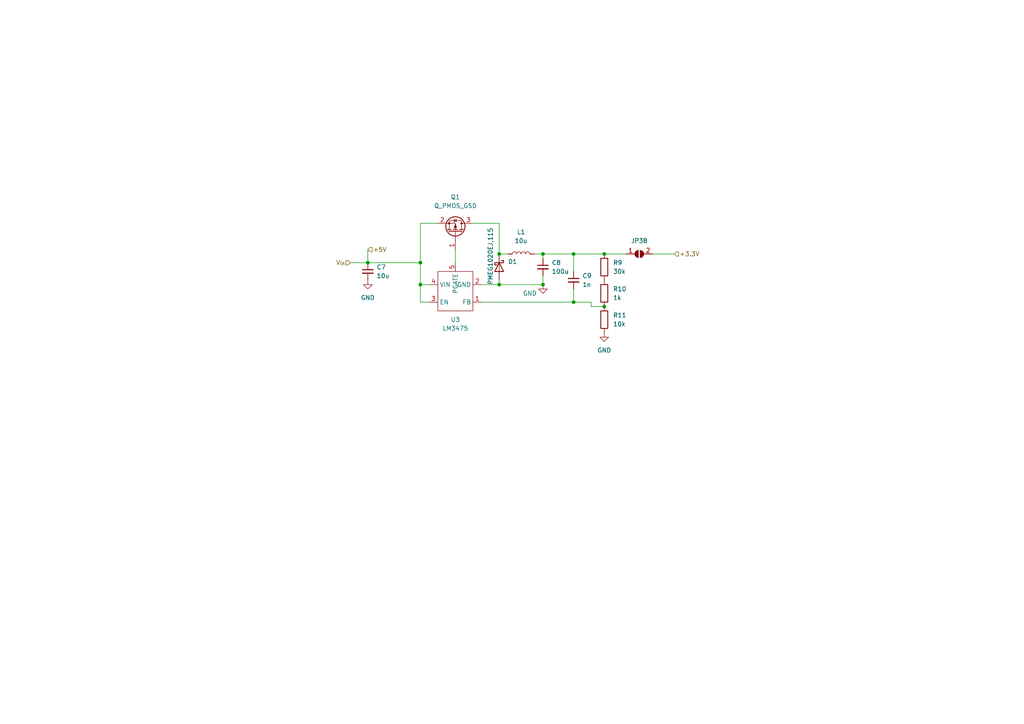
<source format=kicad_sch>
(kicad_sch (version 20211123) (generator eeschema)
  (paper "A4")
  (lib_symbols
    (symbol "BumpyBoiTracky:LM3475"
      (property "Reference" "U" (at 0 -6.35 0))
      (property "Value" "LM3475" (at 0 -8.89 0))
      (symbol "LM3475_0_1"
        (rectangle (start -5.08 6.35) (end 5.08 -5.08))
      )
      (symbol "LM3475_1_1"
        (pin input line (at 7.62 -2.54 180) (length 2.54) (name "FB") (number "1"))
        (pin input line (at 7.62 2.54 180) (length 2.54) (name "GND") (number "2"))
        (pin input line (at -7.62 -2.54 0) (length 2.54) (name "EN") (number "3"))
        (pin input line (at -7.62 2.54 0) (length 2.54) (name "VIN") (number "4"))
        (pin input line (at 0 8.89 270) (length 2.54) (name "PGATE") (number "5"))
      )
    )
    (symbol "Device:C_Small" (pin_numbers hide) (pin_names (offset 0.254) hide)
      (property "Reference" "C" (at 0.254 1.778 0))
      (property "Value" "C_Small" (at 0.254 -2.032 0))
      (symbol "C_Small_0_1"
        (polyline (pts (xy -1.524 -0.508) (xy 1.524 -0.508)) (stroke (width 0.3302)))
        (polyline (pts (xy -1.524 0.508) (xy 1.524 0.508)) (stroke (width 0.3048)))
      )
      (symbol "C_Small_1_1"
        (pin passive line (at 0 2.54 270) (length 2.032) (name "~") (number "1"))
        (pin passive line (at 0 -2.54 90) (length 2.032) (name "~") (number "2"))
      )
    )
    (symbol "Device:D_Schottky" (pin_numbers hide) (pin_names (offset 1.016) hide)
      (property "Reference" "D" (at 0 2.54 0))
      (property "Value" "D_Schottky" (at 0 -2.54 0))
      (symbol "D_Schottky_0_1"
        (polyline (pts (xy 1.27 0) (xy -1.27 0)))
        (polyline (pts (xy 1.27 1.27) (xy 1.27 -1.27) (xy -1.27 0) (xy 1.27 1.27)) (stroke (width 0.254)))
        (polyline (pts (xy -1.905 0.635) (xy -1.905 1.27) (xy -1.27 1.27) (xy -1.27 -1.27) (xy -0.635 -1.27) (xy -0.635 -0.635)) (stroke (width 0.254)))
      )
      (symbol "D_Schottky_1_1"
        (pin passive line (at -3.81 0 0) (length 2.54) (name "K") (number "1"))
        (pin passive line (at 3.81 0 180) (length 2.54) (name "A") (number "2"))
      )
    )
    (symbol "Device:L" (pin_numbers hide) (pin_names (offset 1.016) hide)
      (property "Reference" "L" (at -1.27 0 90))
      (property "Value" "L" (at 1.905 0 90))
      (symbol "L_0_1"
        (arc (start 0 -2.54) (mid 0.635 -1.905) (end 0 -1.27))
        (arc (start 0 -1.27) (mid 0.635 -0.635) (end 0 0))
        (arc (start 0 0) (mid 0.635 0.635) (end 0 1.27))
        (arc (start 0 1.27) (mid 0.635 1.905) (end 0 2.54))
      )
      (symbol "L_1_1"
        (pin passive line (at 0 3.81 270) (length 1.27) (name "1") (number "1"))
        (pin passive line (at 0 -3.81 90) (length 1.27) (name "2") (number "2"))
      )
    )
    (symbol "Device:Q_PMOS_GSD" (pin_names (offset 0) hide)
      (property "Reference" "Q" (at 5.08 1.27 0))
      (property "Value" "Q_PMOS_GSD" (at 5.08 -1.27 0))
      (symbol "Q_PMOS_GSD_0_1"
        (polyline (pts (xy 0.254 0) (xy -2.54 0)))
        (polyline (pts (xy 0.254 1.905) (xy 0.254 -1.905)) (stroke (width 0.254)))
        (polyline (pts (xy 0.762 -1.27) (xy 0.762 -2.286)) (stroke (width 0.254)))
        (polyline (pts (xy 0.762 0.508) (xy 0.762 -0.508)) (stroke (width 0.254)))
        (polyline (pts (xy 0.762 2.286) (xy 0.762 1.27)) (stroke (width 0.254)))
        (polyline (pts (xy 2.54 2.54) (xy 2.54 1.778)))
        (polyline (pts (xy 2.54 -2.54) (xy 2.54 0) (xy 0.762 0)))
        (polyline (pts (xy 0.762 1.778) (xy 3.302 1.778) (xy 3.302 -1.778) (xy 0.762 -1.778)))
        (polyline (pts (xy 2.286 0) (xy 1.27 0.381) (xy 1.27 -0.381) (xy 2.286 0)) (fill (type outline)))
        (polyline (pts (xy 2.794 -0.508) (xy 2.921 -0.381) (xy 3.683 -0.381) (xy 3.81 -0.254)))
        (polyline (pts (xy 3.302 -0.381) (xy 2.921 0.254) (xy 3.683 0.254) (xy 3.302 -0.381)))
        (circle (center 1.651 0) (radius 2.794) (stroke (width 0.254)))
        (circle (center 2.54 -1.778) (radius 0.254) (fill (type outline)))
        (circle (center 2.54 1.778) (radius 0.254) (fill (type outline)))
      )
      (symbol "Q_PMOS_GSD_1_1"
        (pin input line (at -5.08 0 0) (length 2.54) (name "G") (number "1"))
        (pin passive line (at 2.54 -5.08 90) (length 2.54) (name "S") (number "2"))
        (pin passive line (at 2.54 5.08 270) (length 2.54) (name "D") (number "3"))
      )
    )
    (symbol "Device:R" (pin_numbers hide) (pin_names (offset 0))
      (property "Reference" "R" (at 2.032 0 90))
      (property "Value" "R" (at 0 0 90))
      (symbol "R_0_1"
        (rectangle (start -1.016 -2.54) (end 1.016 2.54) (stroke (width 0.254)))
      )
      (symbol "R_1_1"
        (pin passive line (at 0 3.81 270) (length 1.27) (name "~") (number "1"))
        (pin passive line (at 0 -3.81 90) (length 1.27) (name "~") (number "2"))
      )
    )
    (symbol "Jumper:SolderJumper_2_Open" (pin_names (offset 0) hide)
      (property "Reference" "JP" (at 0 2.032 0))
      (property "Value" "SolderJumper_2_Open" (at 0 -2.54 0))
      (symbol "SolderJumper_2_Open_0_1"
        (arc (start -0.254 1.016) (mid -1.27 0) (end -0.254 -1.016))
        (arc (start -0.254 1.016) (mid -1.27 0) (end -0.254 -1.016) (fill (type outline)))
        (polyline (pts (xy -0.254 1.016) (xy -0.254 -1.016)))
        (polyline (pts (xy 0.254 1.016) (xy 0.254 -1.016)))
        (arc (start 0.254 -1.016) (mid 1.27 0) (end 0.254 1.016))
        (arc (start 0.254 -1.016) (mid 1.27 0) (end 0.254 1.016) (fill (type outline)))
      )
      (symbol "SolderJumper_2_Open_1_1"
        (pin passive line (at -3.81 0 0) (length 2.54) (name "A") (number "1"))
        (pin passive line (at 3.81 0 180) (length 2.54) (name "B") (number "2"))
      )
    )
    (symbol "power:GND" (power) (pin_names (offset 0))
      (property "Value" "GND" (at 0 -3.81 0))
      (symbol "GND_0_1"
        (polyline (pts (xy 0 0) (xy 0 -1.27) (xy 1.27 -1.27) (xy 0 -2.54) (xy -1.27 -1.27) (xy 0 -1.27)))
      )
      (symbol "GND_1_1"
        (pin power_in line (at 0 0 270) (length 0) hide (name "GND") (number "1"))
      )
    )
  )
  (junction (at 106.68 76.2))
  (junction (at 144.78 82.55))
  (junction (at 144.78 73.66))
  (junction (at 175.26 88.9))
  (junction (at 175.26 73.66))
  (junction (at 157.48 73.66))
  (junction (at 121.92 82.55))
  (junction (at 121.92 76.2))
  (junction (at 166.37 87.63))
  (junction (at 166.37 73.66))
  (junction (at 157.48 82.55))
  (wire (pts (xy 121.92 87.63) (xy 124.46 87.63)))
  (wire (pts (xy 166.37 73.66) (xy 175.26 73.66)))
  (wire (pts (xy 144.78 64.77) (xy 144.78 73.66)))
  (wire (pts (xy 154.94 73.66) (xy 157.48 73.66)))
  (wire (pts (xy 144.78 82.55) (xy 157.48 82.55)))
  (wire (pts (xy 121.92 82.55) (xy 124.46 82.55)))
  (wire (pts (xy 166.37 87.63) (xy 139.7 87.63)))
  (wire (pts (xy 121.92 76.2) (xy 121.92 82.55)))
  (wire (pts (xy 121.92 82.55) (xy 121.92 87.63)))
  (wire (pts (xy 157.48 73.66) (xy 157.48 74.93)))
  (wire (pts (xy 157.48 82.55) (xy 157.48 80.01)))
  (wire (pts (xy 139.7 82.55) (xy 144.78 82.55)))
  (wire (pts (xy 175.26 73.66) (xy 181.61 73.66)))
  (wire (pts (xy 189.23 73.66) (xy 195.58 73.66)))
  (wire (pts (xy 171.45 88.9) (xy 175.26 88.9)))
  (wire (pts (xy 166.37 73.66) (xy 166.37 78.74)))
  (wire (pts (xy 106.68 72.39) (xy 106.68 76.2)))
  (wire (pts (xy 144.78 73.66) (xy 147.32 73.66)))
  (wire (pts (xy 144.78 81.28) (xy 144.78 82.55)))
  (wire (pts (xy 137.16 64.77) (xy 144.78 64.77)))
  (wire (pts (xy 166.37 83.82) (xy 166.37 87.63)))
  (wire (pts (xy 121.92 64.77) (xy 121.92 76.2)))
  (wire (pts (xy 171.45 87.63) (xy 171.45 88.9)))
  (wire (pts (xy 106.68 76.2) (xy 121.92 76.2)))
  (wire (pts (xy 157.48 73.66) (xy 166.37 73.66)))
  (wire (pts (xy 101.6 76.2) (xy 106.68 76.2)))
  (wire (pts (xy 132.08 72.39) (xy 132.08 76.2)))
  (wire (pts (xy 121.92 64.77) (xy 127 64.77)))
  (wire (pts (xy 166.37 87.63) (xy 171.45 87.63)))
  (hierarchical_label "+3.3V" (shape input) (at 195.58 73.66 0))
  (hierarchical_label "+5V" (shape input) (at 106.68 72.39 0))
  (hierarchical_label "V_{in}" (shape input) (at 101.6 76.2 180))
  (symbol (lib_id "Device:L") (at 151.13 73.66 90) (unit 1)
    (property "Reference" "L1" (at 151.13 67.31 90))
    (property "Value" "10u" (at 151.13 69.85 90))
    (property "Footprint" "Inductor_SMD:L_Taiyo-Yuden_NR-40xx" (effects hide))
  )
  (symbol (lib_id "Device:R") (at 175.26 85.09 180) (unit 1)
    (property "Reference" "R10" (at 177.8 83.8199 0) (effects (justify right)))
    (property "Value" "1k" (at 177.8 86.3599 0) (effects (justify right)))
    (property "Footprint" "Resistor_SMD:R_0603_1608Metric" (effects hide))
  )
  (symbol (lib_id "Device:R") (at 175.26 92.71 0) (unit 1)
    (property "Reference" "R11" (at 177.8 91.4399 0) (effects (justify left)))
    (property "Value" "10k" (at 177.8 93.9799 0) (effects (justify left)))
    (property "Footprint" "Resistor_SMD:R_0603_1608Metric" (effects hide))
  )
  (symbol (lib_id "power:GND") (at 175.26 96.52 0) (unit 1)
    (property "Reference" "#PWR021" (effects hide))
    (property "Value" "GND" (at 175.26 101.6 0))
  )
  (symbol (lib_id "Device:C_Small") (at 106.68 78.74 0) (unit 1)
    (property "Reference" "C7" (at 109.22 77.4762 0) (effects (justify left)))
    (property "Value" "10u" (at 109.22 80.01 0) (effects (justify left)))
    (property "Footprint" "Capacitor_SMD:C_0603_1608Metric" (effects hide))
  )
  (symbol (lib_id "Device:C_Small") (at 166.37 81.28 0) (unit 1)
    (property "Reference" "C9" (at 168.91 80.0162 0) (effects (justify left)))
    (property "Value" "1n" (at 168.91 82.55 0) (effects (justify left)))
    (property "Footprint" "Capacitor_SMD:C_0603_1608Metric" (effects hide))
  )
  (symbol (lib_id "power:GND") (at 106.68 81.28 0) (unit 1)
    (property "Reference" "#PWR019" (effects hide))
    (property "Value" "GND" (at 106.68 86.36 0))
  )
  (symbol (lib_id "Device:R") (at 175.26 77.47 180) (unit 1)
    (property "Reference" "R9" (at 177.8 76.1999 0) (effects (justify right)))
    (property "Value" "30k" (at 177.8 78.7399 0) (effects (justify right)))
    (property "Footprint" "Resistor_SMD:R_0603_1608Metric" (effects hide))
  )
  (symbol (lib_id "Device:D_Schottky") (at 144.78 77.47 270) (unit 1)
    (property "Reference" "D1" (at 147.32 75.8824 90) (effects (justify left)))
    (property "Value" "PMEG1020EJ,115" (at 142.24 66.04 0) (effects (justify left)))
    (property "Footprint" "Diode_SMD:D_SOD-323F" (effects hide))
  )
  (symbol (lib_id "Device:Q_PMOS_GSD") (at 132.08 67.31 270) (mirror x) (unit 1)
    (property "Reference" "Q1" (at 132.08 57.15 90))
    (property "Value" "Q_PMOS_GSD" (at 132.08 59.69 90))
    (property "Footprint" "Package_TO_SOT_SMD:SOT-23" (effects hide))
  )
  (symbol (lib_id "Device:C_Small") (at 157.48 77.47 0) (unit 1)
    (property "Reference" "C8" (at 160.02 76.2062 0) (effects (justify left)))
    (property "Value" "100u" (at 160.02 78.7462 0) (effects (justify left)))
    (property "Footprint" "Capacitor_SMD:C_0603_1608Metric" (effects hide))
  )
  (symbol (lib_id "Jumper:SolderJumper_2_Open") (at 185.42 73.66 0) (unit 1)
    (property "Reference" "JP38" (at 185.42 69.85 0))
    (property "Value" "SolderJumper_2_Open" (effects hide))
    (property "Footprint" "Jumper:SolderJumper-2_P1.3mm_Open_RoundedPad1.0x1.5mm" (effects hide))
  )
  (symbol (lib_id "power:GND") (at 157.48 82.55 0) (unit 1)
    (property "Reference" "#PWR020" (effects hide))
    (property "Value" "GND" (at 153.67 85.09 0))
  )
  (symbol (lib_id "BumpyBoiTracky:LM3475") (at 132.08 85.09 0) (unit 1)
    (property "Reference" "U3" (at 132.08 92.71 0))
    (property "Value" "LM3475" (at 132.08 95.25 0))
    (property "Footprint" "Package_TO_SOT_SMD:SOT-23-5" (effects hide))
  )
)
</source>
